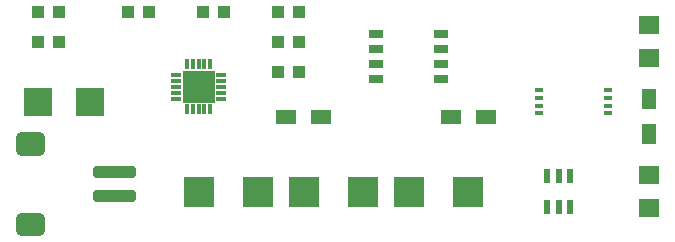
<source format=gbr>
G04 EAGLE Gerber RS-274X export*
G75*
%MOMM*%
%FSLAX34Y34*%
%LPD*%
%INSolderpaste Top*%
%IPPOS*%
%AMOC8*
5,1,8,0,0,1.08239X$1,22.5*%
G01*
%ADD10R,2.550000X2.500000*%
%ADD11R,1.800000X1.600000*%
%ADD12R,2.400000X2.400000*%
%ADD13R,1.300000X0.700000*%
%ADD14C,0.500000*%
%ADD15C,1.000000*%
%ADD16R,1.000000X1.100000*%
%ADD17R,1.800000X1.200000*%
%ADD18R,1.200000X1.800000*%
%ADD19R,0.750000X0.300000*%
%ADD20R,0.812800X0.304800*%
%ADD21R,0.304800X0.812800*%
%ADD22R,2.794000X2.794000*%
%ADD23R,0.550000X1.200000*%


D10*
X343050Y50800D03*
X393550Y50800D03*
X165250Y50800D03*
X215750Y50800D03*
X254150Y50800D03*
X304650Y50800D03*
D11*
X546100Y64800D03*
X546100Y36800D03*
X546100Y163800D03*
X546100Y191800D03*
D12*
X72800Y127000D03*
X28800Y127000D03*
D13*
X370400Y171450D03*
X370400Y184150D03*
X370400Y158750D03*
X370400Y146050D03*
X315400Y171450D03*
X315400Y184150D03*
X315400Y158750D03*
X315400Y146050D03*
D14*
X109480Y64650D02*
X78480Y64650D01*
X78480Y69650D01*
X109480Y69650D01*
X109480Y64650D01*
X109480Y69400D02*
X78480Y69400D01*
X78480Y44650D02*
X109480Y44650D01*
X78480Y44650D02*
X78480Y49650D01*
X109480Y49650D01*
X109480Y44650D01*
X109480Y49400D02*
X78480Y49400D01*
D15*
X29640Y86150D02*
X15640Y86150D01*
X15640Y96150D01*
X29640Y96150D01*
X29640Y86150D01*
X29640Y95650D02*
X15640Y95650D01*
X15640Y18150D02*
X29640Y18150D01*
X15640Y18150D02*
X15640Y28150D01*
X29640Y28150D01*
X29640Y18150D01*
X29640Y27650D02*
X15640Y27650D01*
D16*
X105800Y203200D03*
X122800Y203200D03*
D17*
X268990Y114300D03*
X239010Y114300D03*
D18*
X546100Y129290D03*
X546100Y99310D03*
D17*
X378710Y114300D03*
X408690Y114300D03*
D16*
X29600Y203200D03*
X46600Y203200D03*
X249800Y177800D03*
X232800Y177800D03*
X249800Y203200D03*
X232800Y203200D03*
X249800Y152400D03*
X232800Y152400D03*
X46600Y177800D03*
X29600Y177800D03*
X169300Y203200D03*
X186300Y203200D03*
D19*
X453350Y136750D03*
X453350Y130250D03*
X453350Y123750D03*
X453350Y117250D03*
X511850Y117250D03*
X511850Y123750D03*
X511850Y130250D03*
X511850Y136750D03*
D20*
X146177Y149700D03*
X146177Y144700D03*
X146177Y139700D03*
X146177Y134700D03*
X146177Y129700D03*
D21*
X155100Y120777D03*
X160100Y120777D03*
X165100Y120777D03*
X170100Y120777D03*
X175100Y120777D03*
D20*
X184023Y129700D03*
X184023Y134700D03*
X184023Y139700D03*
X184023Y144700D03*
X184023Y149700D03*
D21*
X175100Y158623D03*
X170100Y158623D03*
X165100Y158623D03*
X160100Y158623D03*
X155100Y158623D03*
D22*
X165100Y139700D03*
D23*
X479400Y63800D03*
X469900Y63800D03*
X460400Y63800D03*
X460400Y37800D03*
X479400Y37800D03*
X469900Y37800D03*
M02*

</source>
